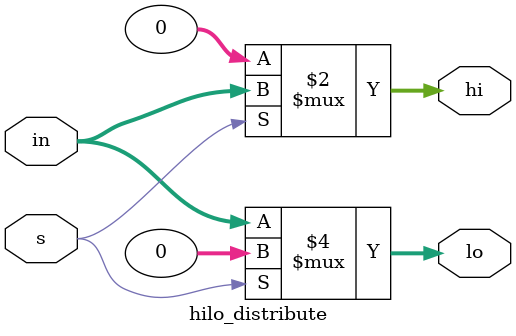
<source format=v>
`timescale 1ns / 1ps


module hilo_distribute(
    input  wire [31:0] in,
	input  wire  s,
	output wire [31:0] hi, lo
    );

	assign hi = (s == 1'b1) ? in : 32'b0;
	assign lo = (s == 1'b0) ? in : 32'b0; 

endmodule

</source>
